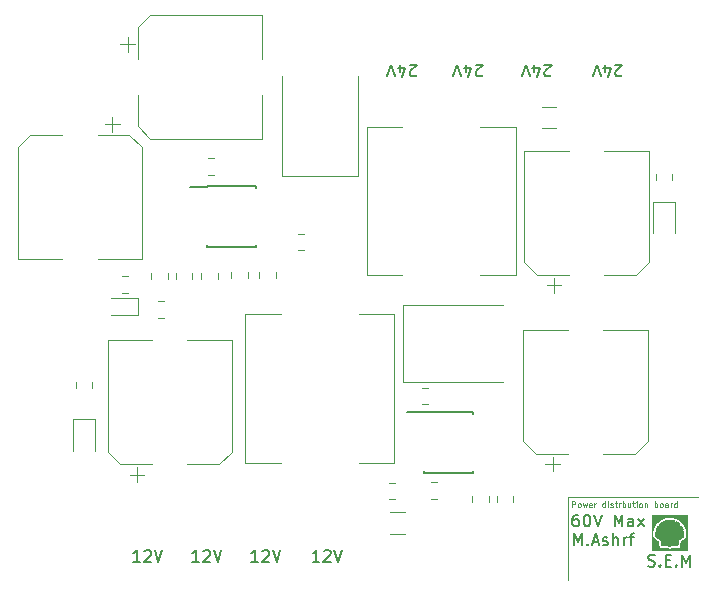
<source format=gbr>
%TF.GenerationSoftware,KiCad,Pcbnew,(5.1.6)-1*%
%TF.CreationDate,2021-04-02T17:33:40+02:00*%
%TF.ProjectId,48-24,34382d32-342e-46b6-9963-61645f706362,rev?*%
%TF.SameCoordinates,Original*%
%TF.FileFunction,Legend,Top*%
%TF.FilePolarity,Positive*%
%FSLAX46Y46*%
G04 Gerber Fmt 4.6, Leading zero omitted, Abs format (unit mm)*
G04 Created by KiCad (PCBNEW (5.1.6)-1) date 2021-04-02 17:33:40*
%MOMM*%
%LPD*%
G01*
G04 APERTURE LIST*
%ADD10C,0.150000*%
%ADD11C,0.090000*%
%ADD12C,0.120000*%
%ADD13C,0.010000*%
G04 APERTURE END LIST*
D10*
X97414285Y-182404761D02*
X97557142Y-182452380D01*
X97795238Y-182452380D01*
X97890476Y-182404761D01*
X97938095Y-182357142D01*
X97985714Y-182261904D01*
X97985714Y-182166666D01*
X97938095Y-182071428D01*
X97890476Y-182023809D01*
X97795238Y-181976190D01*
X97604761Y-181928571D01*
X97509523Y-181880952D01*
X97461904Y-181833333D01*
X97414285Y-181738095D01*
X97414285Y-181642857D01*
X97461904Y-181547619D01*
X97509523Y-181500000D01*
X97604761Y-181452380D01*
X97842857Y-181452380D01*
X97985714Y-181500000D01*
X98414285Y-182357142D02*
X98461904Y-182404761D01*
X98414285Y-182452380D01*
X98366666Y-182404761D01*
X98414285Y-182357142D01*
X98414285Y-182452380D01*
X98890476Y-181928571D02*
X99223809Y-181928571D01*
X99366666Y-182452380D02*
X98890476Y-182452380D01*
X98890476Y-181452380D01*
X99366666Y-181452380D01*
X99795238Y-182357142D02*
X99842857Y-182404761D01*
X99795238Y-182452380D01*
X99747619Y-182404761D01*
X99795238Y-182357142D01*
X99795238Y-182452380D01*
X100271428Y-182452380D02*
X100271428Y-181452380D01*
X100604761Y-182166666D01*
X100938095Y-181452380D01*
X100938095Y-182452380D01*
X91147619Y-180652380D02*
X91147619Y-179652380D01*
X91480952Y-180366666D01*
X91814285Y-179652380D01*
X91814285Y-180652380D01*
X92290476Y-180557142D02*
X92338095Y-180604761D01*
X92290476Y-180652380D01*
X92242857Y-180604761D01*
X92290476Y-180557142D01*
X92290476Y-180652380D01*
X92719047Y-180366666D02*
X93195238Y-180366666D01*
X92623809Y-180652380D02*
X92957142Y-179652380D01*
X93290476Y-180652380D01*
X93576190Y-180604761D02*
X93671428Y-180652380D01*
X93861904Y-180652380D01*
X93957142Y-180604761D01*
X94004761Y-180509523D01*
X94004761Y-180461904D01*
X93957142Y-180366666D01*
X93861904Y-180319047D01*
X93719047Y-180319047D01*
X93623809Y-180271428D01*
X93576190Y-180176190D01*
X93576190Y-180128571D01*
X93623809Y-180033333D01*
X93719047Y-179985714D01*
X93861904Y-179985714D01*
X93957142Y-180033333D01*
X94433333Y-180652380D02*
X94433333Y-179652380D01*
X94861904Y-180652380D02*
X94861904Y-180128571D01*
X94814285Y-180033333D01*
X94719047Y-179985714D01*
X94576190Y-179985714D01*
X94480952Y-180033333D01*
X94433333Y-180080952D01*
X95338095Y-180652380D02*
X95338095Y-179985714D01*
X95338095Y-180176190D02*
X95385714Y-180080952D01*
X95433333Y-180033333D01*
X95528571Y-179985714D01*
X95623809Y-179985714D01*
X95814285Y-179985714D02*
X96195238Y-179985714D01*
X95957142Y-180652380D02*
X95957142Y-179795238D01*
X96004761Y-179700000D01*
X96100000Y-179652380D01*
X96195238Y-179652380D01*
X91476190Y-178052380D02*
X91285714Y-178052380D01*
X91190476Y-178100000D01*
X91142857Y-178147619D01*
X91047619Y-178290476D01*
X91000000Y-178480952D01*
X91000000Y-178861904D01*
X91047619Y-178957142D01*
X91095238Y-179004761D01*
X91190476Y-179052380D01*
X91380952Y-179052380D01*
X91476190Y-179004761D01*
X91523809Y-178957142D01*
X91571428Y-178861904D01*
X91571428Y-178623809D01*
X91523809Y-178528571D01*
X91476190Y-178480952D01*
X91380952Y-178433333D01*
X91190476Y-178433333D01*
X91095238Y-178480952D01*
X91047619Y-178528571D01*
X91000000Y-178623809D01*
X92190476Y-178052380D02*
X92285714Y-178052380D01*
X92380952Y-178100000D01*
X92428571Y-178147619D01*
X92476190Y-178242857D01*
X92523809Y-178433333D01*
X92523809Y-178671428D01*
X92476190Y-178861904D01*
X92428571Y-178957142D01*
X92380952Y-179004761D01*
X92285714Y-179052380D01*
X92190476Y-179052380D01*
X92095238Y-179004761D01*
X92047619Y-178957142D01*
X92000000Y-178861904D01*
X91952380Y-178671428D01*
X91952380Y-178433333D01*
X92000000Y-178242857D01*
X92047619Y-178147619D01*
X92095238Y-178100000D01*
X92190476Y-178052380D01*
X92809523Y-178052380D02*
X93142857Y-179052380D01*
X93476190Y-178052380D01*
X94571428Y-179052380D02*
X94571428Y-178052380D01*
X94904761Y-178766666D01*
X95238095Y-178052380D01*
X95238095Y-179052380D01*
X96142857Y-179052380D02*
X96142857Y-178528571D01*
X96095238Y-178433333D01*
X96000000Y-178385714D01*
X95809523Y-178385714D01*
X95714285Y-178433333D01*
X96142857Y-179004761D02*
X96047619Y-179052380D01*
X95809523Y-179052380D01*
X95714285Y-179004761D01*
X95666666Y-178909523D01*
X95666666Y-178814285D01*
X95714285Y-178719047D01*
X95809523Y-178671428D01*
X96047619Y-178671428D01*
X96142857Y-178623809D01*
X96523809Y-179052380D02*
X97047619Y-178385714D01*
X96523809Y-178385714D02*
X97047619Y-179052380D01*
D11*
X90959523Y-177426190D02*
X90959523Y-176926190D01*
X91150000Y-176926190D01*
X91197619Y-176950000D01*
X91221428Y-176973809D01*
X91245238Y-177021428D01*
X91245238Y-177092857D01*
X91221428Y-177140476D01*
X91197619Y-177164285D01*
X91150000Y-177188095D01*
X90959523Y-177188095D01*
X91530952Y-177426190D02*
X91483333Y-177402380D01*
X91459523Y-177378571D01*
X91435714Y-177330952D01*
X91435714Y-177188095D01*
X91459523Y-177140476D01*
X91483333Y-177116666D01*
X91530952Y-177092857D01*
X91602380Y-177092857D01*
X91650000Y-177116666D01*
X91673809Y-177140476D01*
X91697619Y-177188095D01*
X91697619Y-177330952D01*
X91673809Y-177378571D01*
X91650000Y-177402380D01*
X91602380Y-177426190D01*
X91530952Y-177426190D01*
X91864285Y-177092857D02*
X91959523Y-177426190D01*
X92054761Y-177188095D01*
X92150000Y-177426190D01*
X92245238Y-177092857D01*
X92626190Y-177402380D02*
X92578571Y-177426190D01*
X92483333Y-177426190D01*
X92435714Y-177402380D01*
X92411904Y-177354761D01*
X92411904Y-177164285D01*
X92435714Y-177116666D01*
X92483333Y-177092857D01*
X92578571Y-177092857D01*
X92626190Y-177116666D01*
X92650000Y-177164285D01*
X92650000Y-177211904D01*
X92411904Y-177259523D01*
X92864285Y-177426190D02*
X92864285Y-177092857D01*
X92864285Y-177188095D02*
X92888095Y-177140476D01*
X92911904Y-177116666D01*
X92959523Y-177092857D01*
X93007142Y-177092857D01*
X93769047Y-177426190D02*
X93769047Y-176926190D01*
X93769047Y-177402380D02*
X93721428Y-177426190D01*
X93626190Y-177426190D01*
X93578571Y-177402380D01*
X93554761Y-177378571D01*
X93530952Y-177330952D01*
X93530952Y-177188095D01*
X93554761Y-177140476D01*
X93578571Y-177116666D01*
X93626190Y-177092857D01*
X93721428Y-177092857D01*
X93769047Y-177116666D01*
X94007142Y-177426190D02*
X94007142Y-177092857D01*
X94007142Y-176926190D02*
X93983333Y-176950000D01*
X94007142Y-176973809D01*
X94030952Y-176950000D01*
X94007142Y-176926190D01*
X94007142Y-176973809D01*
X94221428Y-177402380D02*
X94269047Y-177426190D01*
X94364285Y-177426190D01*
X94411904Y-177402380D01*
X94435714Y-177354761D01*
X94435714Y-177330952D01*
X94411904Y-177283333D01*
X94364285Y-177259523D01*
X94292857Y-177259523D01*
X94245238Y-177235714D01*
X94221428Y-177188095D01*
X94221428Y-177164285D01*
X94245238Y-177116666D01*
X94292857Y-177092857D01*
X94364285Y-177092857D01*
X94411904Y-177116666D01*
X94578571Y-177092857D02*
X94769047Y-177092857D01*
X94650000Y-176926190D02*
X94650000Y-177354761D01*
X94673809Y-177402380D01*
X94721428Y-177426190D01*
X94769047Y-177426190D01*
X94935714Y-177426190D02*
X94935714Y-177092857D01*
X94935714Y-177188095D02*
X94959523Y-177140476D01*
X94983333Y-177116666D01*
X95030952Y-177092857D01*
X95078571Y-177092857D01*
X95245238Y-177426190D02*
X95245238Y-176926190D01*
X95245238Y-177116666D02*
X95292857Y-177092857D01*
X95388095Y-177092857D01*
X95435714Y-177116666D01*
X95459523Y-177140476D01*
X95483333Y-177188095D01*
X95483333Y-177330952D01*
X95459523Y-177378571D01*
X95435714Y-177402380D01*
X95388095Y-177426190D01*
X95292857Y-177426190D01*
X95245238Y-177402380D01*
X95911904Y-177092857D02*
X95911904Y-177426190D01*
X95697619Y-177092857D02*
X95697619Y-177354761D01*
X95721428Y-177402380D01*
X95769047Y-177426190D01*
X95840476Y-177426190D01*
X95888095Y-177402380D01*
X95911904Y-177378571D01*
X96078571Y-177092857D02*
X96269047Y-177092857D01*
X96150000Y-176926190D02*
X96150000Y-177354761D01*
X96173809Y-177402380D01*
X96221428Y-177426190D01*
X96269047Y-177426190D01*
X96435714Y-177426190D02*
X96435714Y-177092857D01*
X96435714Y-176926190D02*
X96411904Y-176950000D01*
X96435714Y-176973809D01*
X96459523Y-176950000D01*
X96435714Y-176926190D01*
X96435714Y-176973809D01*
X96745238Y-177426190D02*
X96697619Y-177402380D01*
X96673809Y-177378571D01*
X96650000Y-177330952D01*
X96650000Y-177188095D01*
X96673809Y-177140476D01*
X96697619Y-177116666D01*
X96745238Y-177092857D01*
X96816666Y-177092857D01*
X96864285Y-177116666D01*
X96888095Y-177140476D01*
X96911904Y-177188095D01*
X96911904Y-177330952D01*
X96888095Y-177378571D01*
X96864285Y-177402380D01*
X96816666Y-177426190D01*
X96745238Y-177426190D01*
X97126190Y-177092857D02*
X97126190Y-177426190D01*
X97126190Y-177140476D02*
X97150000Y-177116666D01*
X97197619Y-177092857D01*
X97269047Y-177092857D01*
X97316666Y-177116666D01*
X97340476Y-177164285D01*
X97340476Y-177426190D01*
X97959523Y-177426190D02*
X97959523Y-176926190D01*
X97959523Y-177116666D02*
X98007142Y-177092857D01*
X98102380Y-177092857D01*
X98150000Y-177116666D01*
X98173809Y-177140476D01*
X98197619Y-177188095D01*
X98197619Y-177330952D01*
X98173809Y-177378571D01*
X98150000Y-177402380D01*
X98102380Y-177426190D01*
X98007142Y-177426190D01*
X97959523Y-177402380D01*
X98483333Y-177426190D02*
X98435714Y-177402380D01*
X98411904Y-177378571D01*
X98388095Y-177330952D01*
X98388095Y-177188095D01*
X98411904Y-177140476D01*
X98435714Y-177116666D01*
X98483333Y-177092857D01*
X98554761Y-177092857D01*
X98602380Y-177116666D01*
X98626190Y-177140476D01*
X98650000Y-177188095D01*
X98650000Y-177330952D01*
X98626190Y-177378571D01*
X98602380Y-177402380D01*
X98554761Y-177426190D01*
X98483333Y-177426190D01*
X99078571Y-177426190D02*
X99078571Y-177164285D01*
X99054761Y-177116666D01*
X99007142Y-177092857D01*
X98911904Y-177092857D01*
X98864285Y-177116666D01*
X99078571Y-177402380D02*
X99030952Y-177426190D01*
X98911904Y-177426190D01*
X98864285Y-177402380D01*
X98840476Y-177354761D01*
X98840476Y-177307142D01*
X98864285Y-177259523D01*
X98911904Y-177235714D01*
X99030952Y-177235714D01*
X99078571Y-177211904D01*
X99316666Y-177426190D02*
X99316666Y-177092857D01*
X99316666Y-177188095D02*
X99340476Y-177140476D01*
X99364285Y-177116666D01*
X99411904Y-177092857D01*
X99459523Y-177092857D01*
X99840476Y-177426190D02*
X99840476Y-176926190D01*
X99840476Y-177402380D02*
X99792857Y-177426190D01*
X99697619Y-177426190D01*
X99650000Y-177402380D01*
X99626190Y-177378571D01*
X99602380Y-177330952D01*
X99602380Y-177188095D01*
X99626190Y-177140476D01*
X99650000Y-177116666D01*
X99697619Y-177092857D01*
X99792857Y-177092857D01*
X99840476Y-177116666D01*
D12*
X90600000Y-176600000D02*
X90600000Y-183600000D01*
X101600000Y-176600000D02*
X90600000Y-176600000D01*
D10*
X77790476Y-140852380D02*
X77742857Y-140900000D01*
X77647619Y-140947619D01*
X77409523Y-140947619D01*
X77314285Y-140900000D01*
X77266666Y-140852380D01*
X77219047Y-140757142D01*
X77219047Y-140661904D01*
X77266666Y-140519047D01*
X77838095Y-139947619D01*
X77219047Y-139947619D01*
X76361904Y-140614285D02*
X76361904Y-139947619D01*
X76600000Y-140995238D02*
X76838095Y-140280952D01*
X76219047Y-140280952D01*
X75980952Y-140947619D02*
X75647619Y-139947619D01*
X75314285Y-140947619D01*
X83390476Y-140852380D02*
X83342857Y-140900000D01*
X83247619Y-140947619D01*
X83009523Y-140947619D01*
X82914285Y-140900000D01*
X82866666Y-140852380D01*
X82819047Y-140757142D01*
X82819047Y-140661904D01*
X82866666Y-140519047D01*
X83438095Y-139947619D01*
X82819047Y-139947619D01*
X81961904Y-140614285D02*
X81961904Y-139947619D01*
X82200000Y-140995238D02*
X82438095Y-140280952D01*
X81819047Y-140280952D01*
X81580952Y-140947619D02*
X81247619Y-139947619D01*
X80914285Y-140947619D01*
X89190476Y-140852380D02*
X89142857Y-140900000D01*
X89047619Y-140947619D01*
X88809523Y-140947619D01*
X88714285Y-140900000D01*
X88666666Y-140852380D01*
X88619047Y-140757142D01*
X88619047Y-140661904D01*
X88666666Y-140519047D01*
X89238095Y-139947619D01*
X88619047Y-139947619D01*
X87761904Y-140614285D02*
X87761904Y-139947619D01*
X88000000Y-140995238D02*
X88238095Y-140280952D01*
X87619047Y-140280952D01*
X87380952Y-140947619D02*
X87047619Y-139947619D01*
X86714285Y-140947619D01*
X95190476Y-140852380D02*
X95142857Y-140900000D01*
X95047619Y-140947619D01*
X94809523Y-140947619D01*
X94714285Y-140900000D01*
X94666666Y-140852380D01*
X94619047Y-140757142D01*
X94619047Y-140661904D01*
X94666666Y-140519047D01*
X95238095Y-139947619D01*
X94619047Y-139947619D01*
X93761904Y-140614285D02*
X93761904Y-139947619D01*
X94000000Y-140995238D02*
X94238095Y-140280952D01*
X93619047Y-140280952D01*
X93380952Y-140947619D02*
X93047619Y-139947619D01*
X92714285Y-140947619D01*
X54380952Y-182052380D02*
X53809523Y-182052380D01*
X54095238Y-182052380D02*
X54095238Y-181052380D01*
X54000000Y-181195238D01*
X53904761Y-181290476D01*
X53809523Y-181338095D01*
X54761904Y-181147619D02*
X54809523Y-181100000D01*
X54904761Y-181052380D01*
X55142857Y-181052380D01*
X55238095Y-181100000D01*
X55285714Y-181147619D01*
X55333333Y-181242857D01*
X55333333Y-181338095D01*
X55285714Y-181480952D01*
X54714285Y-182052380D01*
X55333333Y-182052380D01*
X55619047Y-181052380D02*
X55952380Y-182052380D01*
X56285714Y-181052380D01*
X59380952Y-182052380D02*
X58809523Y-182052380D01*
X59095238Y-182052380D02*
X59095238Y-181052380D01*
X59000000Y-181195238D01*
X58904761Y-181290476D01*
X58809523Y-181338095D01*
X59761904Y-181147619D02*
X59809523Y-181100000D01*
X59904761Y-181052380D01*
X60142857Y-181052380D01*
X60238095Y-181100000D01*
X60285714Y-181147619D01*
X60333333Y-181242857D01*
X60333333Y-181338095D01*
X60285714Y-181480952D01*
X59714285Y-182052380D01*
X60333333Y-182052380D01*
X60619047Y-181052380D02*
X60952380Y-182052380D01*
X61285714Y-181052380D01*
X64380952Y-182052380D02*
X63809523Y-182052380D01*
X64095238Y-182052380D02*
X64095238Y-181052380D01*
X64000000Y-181195238D01*
X63904761Y-181290476D01*
X63809523Y-181338095D01*
X64761904Y-181147619D02*
X64809523Y-181100000D01*
X64904761Y-181052380D01*
X65142857Y-181052380D01*
X65238095Y-181100000D01*
X65285714Y-181147619D01*
X65333333Y-181242857D01*
X65333333Y-181338095D01*
X65285714Y-181480952D01*
X64714285Y-182052380D01*
X65333333Y-182052380D01*
X65619047Y-181052380D02*
X65952380Y-182052380D01*
X66285714Y-181052380D01*
X69580952Y-182052380D02*
X69009523Y-182052380D01*
X69295238Y-182052380D02*
X69295238Y-181052380D01*
X69200000Y-181195238D01*
X69104761Y-181290476D01*
X69009523Y-181338095D01*
X69961904Y-181147619D02*
X70009523Y-181100000D01*
X70104761Y-181052380D01*
X70342857Y-181052380D01*
X70438095Y-181100000D01*
X70485714Y-181147619D01*
X70533333Y-181242857D01*
X70533333Y-181338095D01*
X70485714Y-181480952D01*
X69914285Y-182052380D01*
X70533333Y-182052380D01*
X70819047Y-181052380D02*
X71152380Y-182052380D01*
X71485714Y-181052380D01*
D13*
%TO.C,G\u002A\u002A\u002A*%
G36*
X99905490Y-180288848D02*
G01*
X99916350Y-180298400D01*
X99923801Y-180315263D01*
X99924142Y-180316471D01*
X99924813Y-180325554D01*
X99924114Y-180341661D01*
X99922236Y-180363492D01*
X99919366Y-180389749D01*
X99915697Y-180419134D01*
X99911416Y-180450348D01*
X99906715Y-180482093D01*
X99901782Y-180513070D01*
X99896807Y-180541981D01*
X99891980Y-180567526D01*
X99887491Y-180588408D01*
X99883529Y-180603328D01*
X99881398Y-180609063D01*
X99866772Y-180630958D01*
X99845973Y-180647232D01*
X99830767Y-180654290D01*
X99823305Y-180655541D01*
X99808487Y-180656710D01*
X99787421Y-180657783D01*
X99761217Y-180658749D01*
X99730984Y-180659595D01*
X99697832Y-180660309D01*
X99662871Y-180660877D01*
X99627209Y-180661287D01*
X99591956Y-180661528D01*
X99558222Y-180661586D01*
X99527116Y-180661448D01*
X99499748Y-180661103D01*
X99477227Y-180660537D01*
X99460662Y-180659739D01*
X99451163Y-180658696D01*
X99450652Y-180658579D01*
X99434978Y-180652117D01*
X99424226Y-180642550D01*
X99420151Y-180631451D01*
X99420149Y-180631219D01*
X99420855Y-180624896D01*
X99423346Y-180618322D01*
X99428220Y-180610974D01*
X99436075Y-180602330D01*
X99447507Y-180591865D01*
X99463114Y-180579059D01*
X99483493Y-180563386D01*
X99509241Y-180544326D01*
X99540955Y-180521354D01*
X99566737Y-180502872D01*
X99599987Y-180479031D01*
X99634405Y-180454223D01*
X99668574Y-180429478D01*
X99701077Y-180405827D01*
X99730498Y-180384299D01*
X99755419Y-180365925D01*
X99769383Y-180355525D01*
X99798335Y-180334056D01*
X99821676Y-180317359D01*
X99840372Y-180304875D01*
X99855393Y-180296049D01*
X99867707Y-180290324D01*
X99878281Y-180287142D01*
X99888085Y-180285946D01*
X99890436Y-180285893D01*
X99905490Y-180288848D01*
G37*
X99905490Y-180288848D02*
X99916350Y-180298400D01*
X99923801Y-180315263D01*
X99924142Y-180316471D01*
X99924813Y-180325554D01*
X99924114Y-180341661D01*
X99922236Y-180363492D01*
X99919366Y-180389749D01*
X99915697Y-180419134D01*
X99911416Y-180450348D01*
X99906715Y-180482093D01*
X99901782Y-180513070D01*
X99896807Y-180541981D01*
X99891980Y-180567526D01*
X99887491Y-180588408D01*
X99883529Y-180603328D01*
X99881398Y-180609063D01*
X99866772Y-180630958D01*
X99845973Y-180647232D01*
X99830767Y-180654290D01*
X99823305Y-180655541D01*
X99808487Y-180656710D01*
X99787421Y-180657783D01*
X99761217Y-180658749D01*
X99730984Y-180659595D01*
X99697832Y-180660309D01*
X99662871Y-180660877D01*
X99627209Y-180661287D01*
X99591956Y-180661528D01*
X99558222Y-180661586D01*
X99527116Y-180661448D01*
X99499748Y-180661103D01*
X99477227Y-180660537D01*
X99460662Y-180659739D01*
X99451163Y-180658696D01*
X99450652Y-180658579D01*
X99434978Y-180652117D01*
X99424226Y-180642550D01*
X99420151Y-180631451D01*
X99420149Y-180631219D01*
X99420855Y-180624896D01*
X99423346Y-180618322D01*
X99428220Y-180610974D01*
X99436075Y-180602330D01*
X99447507Y-180591865D01*
X99463114Y-180579059D01*
X99483493Y-180563386D01*
X99509241Y-180544326D01*
X99540955Y-180521354D01*
X99566737Y-180502872D01*
X99599987Y-180479031D01*
X99634405Y-180454223D01*
X99668574Y-180429478D01*
X99701077Y-180405827D01*
X99730498Y-180384299D01*
X99755419Y-180365925D01*
X99769383Y-180355525D01*
X99798335Y-180334056D01*
X99821676Y-180317359D01*
X99840372Y-180304875D01*
X99855393Y-180296049D01*
X99867707Y-180290324D01*
X99878281Y-180287142D01*
X99888085Y-180285946D01*
X99890436Y-180285893D01*
X99905490Y-180288848D01*
G36*
X98531911Y-180289946D02*
G01*
X98541717Y-180293791D01*
X98550201Y-180298673D01*
X98564108Y-180307795D01*
X98582133Y-180320253D01*
X98602975Y-180335141D01*
X98625331Y-180351556D01*
X98630617Y-180355503D01*
X98651546Y-180371054D01*
X98677961Y-180390485D01*
X98708447Y-180412765D01*
X98741591Y-180436866D01*
X98775979Y-180461759D01*
X98810197Y-180486416D01*
X98833387Y-180503052D01*
X98866790Y-180527156D01*
X98896703Y-180549123D01*
X98922512Y-180568479D01*
X98943603Y-180584756D01*
X98959362Y-180597480D01*
X98969176Y-180606183D01*
X98972115Y-180609522D01*
X98978365Y-180625388D01*
X98976393Y-180639341D01*
X98966217Y-180651255D01*
X98965805Y-180651565D01*
X98962559Y-180653795D01*
X98958846Y-180655621D01*
X98953832Y-180657087D01*
X98946685Y-180658237D01*
X98936571Y-180659115D01*
X98922659Y-180659765D01*
X98904115Y-180660231D01*
X98880107Y-180660556D01*
X98849802Y-180660786D01*
X98812367Y-180660963D01*
X98785888Y-180661064D01*
X98747963Y-180661122D01*
X98711839Y-180661024D01*
X98678589Y-180660785D01*
X98649289Y-180660419D01*
X98625012Y-180659939D01*
X98606832Y-180659360D01*
X98595824Y-180658696D01*
X98594551Y-180658550D01*
X98565957Y-180652082D01*
X98543841Y-180640776D01*
X98527264Y-180623879D01*
X98515287Y-180600638D01*
X98512575Y-180592717D01*
X98510270Y-180583056D01*
X98507049Y-180566300D01*
X98503130Y-180543745D01*
X98498728Y-180516684D01*
X98494060Y-180486414D01*
X98489342Y-180454231D01*
X98488654Y-180449394D01*
X98483395Y-180411817D01*
X98479397Y-180381631D01*
X98476653Y-180357856D01*
X98475153Y-180339513D01*
X98474892Y-180325621D01*
X98475860Y-180315202D01*
X98478049Y-180307274D01*
X98481453Y-180300859D01*
X98486062Y-180294976D01*
X98487393Y-180293483D01*
X98498175Y-180287435D01*
X98513729Y-180286260D01*
X98531911Y-180289946D01*
G37*
X98531911Y-180289946D02*
X98541717Y-180293791D01*
X98550201Y-180298673D01*
X98564108Y-180307795D01*
X98582133Y-180320253D01*
X98602975Y-180335141D01*
X98625331Y-180351556D01*
X98630617Y-180355503D01*
X98651546Y-180371054D01*
X98677961Y-180390485D01*
X98708447Y-180412765D01*
X98741591Y-180436866D01*
X98775979Y-180461759D01*
X98810197Y-180486416D01*
X98833387Y-180503052D01*
X98866790Y-180527156D01*
X98896703Y-180549123D01*
X98922512Y-180568479D01*
X98943603Y-180584756D01*
X98959362Y-180597480D01*
X98969176Y-180606183D01*
X98972115Y-180609522D01*
X98978365Y-180625388D01*
X98976393Y-180639341D01*
X98966217Y-180651255D01*
X98965805Y-180651565D01*
X98962559Y-180653795D01*
X98958846Y-180655621D01*
X98953832Y-180657087D01*
X98946685Y-180658237D01*
X98936571Y-180659115D01*
X98922659Y-180659765D01*
X98904115Y-180660231D01*
X98880107Y-180660556D01*
X98849802Y-180660786D01*
X98812367Y-180660963D01*
X98785888Y-180661064D01*
X98747963Y-180661122D01*
X98711839Y-180661024D01*
X98678589Y-180660785D01*
X98649289Y-180660419D01*
X98625012Y-180659939D01*
X98606832Y-180659360D01*
X98595824Y-180658696D01*
X98594551Y-180658550D01*
X98565957Y-180652082D01*
X98543841Y-180640776D01*
X98527264Y-180623879D01*
X98515287Y-180600638D01*
X98512575Y-180592717D01*
X98510270Y-180583056D01*
X98507049Y-180566300D01*
X98503130Y-180543745D01*
X98498728Y-180516684D01*
X98494060Y-180486414D01*
X98489342Y-180454231D01*
X98488654Y-180449394D01*
X98483395Y-180411817D01*
X98479397Y-180381631D01*
X98476653Y-180357856D01*
X98475153Y-180339513D01*
X98474892Y-180325621D01*
X98475860Y-180315202D01*
X98478049Y-180307274D01*
X98481453Y-180300859D01*
X98486062Y-180294976D01*
X98487393Y-180293483D01*
X98498175Y-180287435D01*
X98513729Y-180286260D01*
X98531911Y-180289946D01*
G36*
X99101323Y-178489858D02*
G01*
X99125033Y-178499073D01*
X99143342Y-178513890D01*
X99155462Y-178533814D01*
X99157496Y-178539749D01*
X99158193Y-178545037D01*
X99158933Y-178556430D01*
X99159720Y-178574090D01*
X99160557Y-178598181D01*
X99161448Y-178628865D01*
X99162397Y-178666306D01*
X99163405Y-178710667D01*
X99164478Y-178762111D01*
X99165618Y-178820801D01*
X99166828Y-178886900D01*
X99168112Y-178960571D01*
X99169473Y-179041978D01*
X99170914Y-179131282D01*
X99172440Y-179228648D01*
X99174052Y-179334239D01*
X99174862Y-179388179D01*
X99176361Y-179488035D01*
X99177752Y-179579762D01*
X99179043Y-179663697D01*
X99180241Y-179740178D01*
X99181354Y-179809541D01*
X99182390Y-179872123D01*
X99183356Y-179928261D01*
X99184260Y-179978292D01*
X99185109Y-180022554D01*
X99185911Y-180061384D01*
X99186673Y-180095117D01*
X99187403Y-180124092D01*
X99188109Y-180148645D01*
X99188798Y-180169114D01*
X99189477Y-180185836D01*
X99190154Y-180199146D01*
X99190837Y-180209384D01*
X99191533Y-180216884D01*
X99192250Y-180221986D01*
X99192996Y-180225025D01*
X99193646Y-180226227D01*
X99199437Y-180230417D01*
X99204688Y-180227835D01*
X99206355Y-180226226D01*
X99207128Y-180224658D01*
X99207866Y-180221317D01*
X99208577Y-180215866D01*
X99209266Y-180207969D01*
X99209943Y-180197289D01*
X99210615Y-180183489D01*
X99211288Y-180166234D01*
X99211970Y-180145185D01*
X99212669Y-180120008D01*
X99213392Y-180090366D01*
X99214146Y-180055921D01*
X99214940Y-180016337D01*
X99215780Y-179971279D01*
X99216673Y-179920409D01*
X99217628Y-179863390D01*
X99218651Y-179799887D01*
X99219750Y-179729562D01*
X99220932Y-179652080D01*
X99222205Y-179567103D01*
X99223577Y-179474295D01*
X99224881Y-179385157D01*
X99237053Y-178550443D01*
X99247101Y-178530186D01*
X99257533Y-178513368D01*
X99270505Y-178501069D01*
X99287090Y-178492948D01*
X99308359Y-178488668D01*
X99335385Y-178487891D01*
X99369240Y-178490277D01*
X99372434Y-178490612D01*
X99448132Y-178502885D01*
X99523789Y-178523478D01*
X99544052Y-178530417D01*
X99574998Y-178542255D01*
X99598510Y-178553291D01*
X99615469Y-178564294D01*
X99626762Y-178576034D01*
X99633270Y-178589283D01*
X99635878Y-178604811D01*
X99636033Y-178610604D01*
X99635111Y-178616565D01*
X99632403Y-178630372D01*
X99628001Y-178651616D01*
X99621995Y-178679885D01*
X99614476Y-178714770D01*
X99605535Y-178755860D01*
X99595261Y-178802746D01*
X99583746Y-178855016D01*
X99571080Y-178912262D01*
X99557354Y-178974073D01*
X99542658Y-179040038D01*
X99527083Y-179109748D01*
X99510719Y-179182793D01*
X99493657Y-179258761D01*
X99475988Y-179337243D01*
X99457803Y-179417830D01*
X99455886Y-179426310D01*
X99437695Y-179506886D01*
X99420031Y-179585281D01*
X99402984Y-179661096D01*
X99386641Y-179733928D01*
X99371093Y-179803376D01*
X99356428Y-179869037D01*
X99342736Y-179930512D01*
X99330105Y-179987397D01*
X99318624Y-180039291D01*
X99308382Y-180085794D01*
X99299468Y-180126502D01*
X99291972Y-180161015D01*
X99285982Y-180188931D01*
X99281588Y-180209848D01*
X99278877Y-180223364D01*
X99277940Y-180229079D01*
X99277953Y-180229230D01*
X99283513Y-180234034D01*
X99288467Y-180235000D01*
X99294151Y-180232918D01*
X99298820Y-180225581D01*
X99303149Y-180212775D01*
X99304895Y-180206422D01*
X99308716Y-180192310D01*
X99314500Y-180170858D01*
X99322136Y-180142485D01*
X99331509Y-180107610D01*
X99342508Y-180066654D01*
X99355020Y-180020035D01*
X99368933Y-179968173D01*
X99384135Y-179911488D01*
X99400512Y-179850398D01*
X99417952Y-179785324D01*
X99436343Y-179716684D01*
X99455572Y-179644898D01*
X99475527Y-179570386D01*
X99496095Y-179493567D01*
X99511170Y-179437252D01*
X99532077Y-179359185D01*
X99552444Y-179283211D01*
X99572159Y-179209746D01*
X99591111Y-179139200D01*
X99609188Y-179071988D01*
X99626278Y-179008522D01*
X99642270Y-178949215D01*
X99657053Y-178894481D01*
X99670514Y-178844731D01*
X99682542Y-178800379D01*
X99693025Y-178761837D01*
X99701853Y-178729519D01*
X99708913Y-178703838D01*
X99714093Y-178685206D01*
X99717283Y-178674037D01*
X99718295Y-178670821D01*
X99725204Y-178659507D01*
X99735395Y-178648044D01*
X99737909Y-178645801D01*
X99749413Y-178638464D01*
X99762109Y-178635765D01*
X99777570Y-178637814D01*
X99797369Y-178644719D01*
X99811254Y-178650895D01*
X99833050Y-178662362D01*
X99858069Y-178677636D01*
X99885257Y-178695871D01*
X99913558Y-178716221D01*
X99941917Y-178737839D01*
X99969279Y-178759881D01*
X99994589Y-178781499D01*
X100016792Y-178801847D01*
X100034833Y-178820079D01*
X100047656Y-178835349D01*
X100053625Y-178845273D01*
X100058901Y-178868573D01*
X100056743Y-178895553D01*
X100051464Y-178914596D01*
X100048748Y-178920781D01*
X100042437Y-178934133D01*
X100032728Y-178954253D01*
X100019821Y-178980739D01*
X100003913Y-179013191D01*
X99985204Y-179051206D01*
X99963891Y-179094384D01*
X99940174Y-179142325D01*
X99914250Y-179194627D01*
X99886317Y-179250889D01*
X99856576Y-179310710D01*
X99825223Y-179373690D01*
X99792457Y-179439427D01*
X99758477Y-179507520D01*
X99723480Y-179577569D01*
X99712563Y-179599404D01*
X99674492Y-179675602D01*
X99638032Y-179748702D01*
X99603343Y-179818381D01*
X99570582Y-179884316D01*
X99539909Y-179946184D01*
X99511483Y-180003662D01*
X99485462Y-180056427D01*
X99462005Y-180104156D01*
X99441272Y-180146526D01*
X99423420Y-180183214D01*
X99408609Y-180213897D01*
X99396997Y-180238252D01*
X99388743Y-180255956D01*
X99384006Y-180266686D01*
X99382858Y-180270056D01*
X99386717Y-180278733D01*
X99394028Y-180279931D01*
X99397930Y-180278060D01*
X99400507Y-180274038D01*
X99406924Y-180262971D01*
X99416968Y-180245248D01*
X99430425Y-180221257D01*
X99447079Y-180191386D01*
X99466717Y-180156023D01*
X99489125Y-180115555D01*
X99514087Y-180070371D01*
X99541390Y-180020859D01*
X99570819Y-179967406D01*
X99602159Y-179910401D01*
X99635198Y-179850232D01*
X99669719Y-179787286D01*
X99705509Y-179721953D01*
X99742271Y-179654770D01*
X99779180Y-179587322D01*
X99815074Y-179521805D01*
X99849737Y-179458613D01*
X99882952Y-179398140D01*
X99914499Y-179340779D01*
X99944163Y-179286924D01*
X99971724Y-179236968D01*
X99996967Y-179191304D01*
X100019673Y-179150326D01*
X100039625Y-179114428D01*
X100056606Y-179084003D01*
X100070397Y-179059444D01*
X100080781Y-179041146D01*
X100087542Y-179029501D01*
X100090441Y-179024923D01*
X100108382Y-179010324D01*
X100127881Y-179003884D01*
X100149045Y-179005618D01*
X100171982Y-179015541D01*
X100196798Y-179033667D01*
X100204443Y-179040535D01*
X100222025Y-179058798D01*
X100238601Y-179080157D01*
X100255097Y-179106012D01*
X100272436Y-179137759D01*
X100283748Y-179160464D01*
X100302413Y-179203190D01*
X100315420Y-179242453D01*
X100322673Y-179277704D01*
X100324074Y-179308393D01*
X100319527Y-179333969D01*
X100315953Y-179342782D01*
X100312332Y-179347747D01*
X100303466Y-179358739D01*
X100289663Y-179375396D01*
X100271234Y-179397356D01*
X100248488Y-179424257D01*
X100221734Y-179455737D01*
X100191283Y-179491434D01*
X100157443Y-179530986D01*
X100120524Y-179574030D01*
X100080835Y-179620204D01*
X100038687Y-179669146D01*
X99994389Y-179720495D01*
X99948250Y-179773888D01*
X99900579Y-179828962D01*
X99887283Y-179844308D01*
X99825715Y-179915392D01*
X99769587Y-179980284D01*
X99718756Y-180039157D01*
X99673075Y-180092180D01*
X99632400Y-180139526D01*
X99596585Y-180181364D01*
X99565484Y-180217866D01*
X99538954Y-180249203D01*
X99516847Y-180275547D01*
X99499020Y-180297067D01*
X99485327Y-180313936D01*
X99475623Y-180326324D01*
X99469762Y-180334402D01*
X99467600Y-180338341D01*
X99467586Y-180338592D01*
X99471524Y-180345551D01*
X99475898Y-180347184D01*
X99479610Y-180344166D01*
X99488798Y-180335349D01*
X99503123Y-180321083D01*
X99522245Y-180301721D01*
X99545824Y-180277614D01*
X99573519Y-180249116D01*
X99604992Y-180216576D01*
X99639902Y-180180348D01*
X99677909Y-180140784D01*
X99718673Y-180098234D01*
X99761854Y-180053052D01*
X99807112Y-180005589D01*
X99854108Y-179956197D01*
X99882822Y-179925967D01*
X99930919Y-179875354D01*
X99977627Y-179826310D01*
X100022593Y-179779201D01*
X100065464Y-179734392D01*
X100105888Y-179692248D01*
X100143512Y-179653133D01*
X100177984Y-179617413D01*
X100208950Y-179585453D01*
X100236059Y-179557618D01*
X100258957Y-179534273D01*
X100277291Y-179515783D01*
X100290710Y-179502513D01*
X100298861Y-179494828D01*
X100300980Y-179493109D01*
X100322629Y-179483141D01*
X100342724Y-179481371D01*
X100360708Y-179487590D01*
X100376024Y-179501586D01*
X100388115Y-179523150D01*
X100389392Y-179526421D01*
X100394675Y-179545943D01*
X100398840Y-179572172D01*
X100401874Y-179603418D01*
X100403766Y-179637996D01*
X100404503Y-179674216D01*
X100404073Y-179710392D01*
X100402466Y-179744834D01*
X100399669Y-179775856D01*
X100395670Y-179801769D01*
X100391437Y-179818166D01*
X100377585Y-179848171D01*
X100357149Y-179877511D01*
X100331827Y-179903765D01*
X100330841Y-179904626D01*
X100323232Y-179910785D01*
X100309415Y-179921482D01*
X100289845Y-179936382D01*
X100264976Y-179955150D01*
X100235262Y-179977451D01*
X100201158Y-180002951D01*
X100163117Y-180031314D01*
X100121595Y-180062206D01*
X100077045Y-180095291D01*
X100029921Y-180130236D01*
X99980679Y-180166703D01*
X99929772Y-180204360D01*
X99877655Y-180242871D01*
X99824782Y-180281900D01*
X99771607Y-180321114D01*
X99718584Y-180360176D01*
X99666168Y-180398754D01*
X99614814Y-180436510D01*
X99564975Y-180473111D01*
X99517106Y-180508221D01*
X99471660Y-180541506D01*
X99429094Y-180572630D01*
X99389859Y-180601259D01*
X99354412Y-180627058D01*
X99323206Y-180649692D01*
X99296696Y-180668825D01*
X99275336Y-180684124D01*
X99259580Y-180695253D01*
X99249882Y-180701877D01*
X99247100Y-180703580D01*
X99220338Y-180713925D01*
X99195740Y-180716772D01*
X99171598Y-180712151D01*
X99155550Y-180705265D01*
X99149870Y-180701595D01*
X99137844Y-180693217D01*
X99119926Y-180680465D01*
X99096573Y-180663676D01*
X99068237Y-180643183D01*
X99035376Y-180619322D01*
X98998442Y-180592427D01*
X98957892Y-180562834D01*
X98914180Y-180530877D01*
X98867761Y-180496891D01*
X98819090Y-180461211D01*
X98768622Y-180424172D01*
X98716812Y-180386109D01*
X98664114Y-180347357D01*
X98610983Y-180308250D01*
X98557875Y-180269124D01*
X98505244Y-180230313D01*
X98453546Y-180192153D01*
X98403234Y-180154978D01*
X98354765Y-180119123D01*
X98308592Y-180084923D01*
X98265171Y-180052713D01*
X98224957Y-180022827D01*
X98188404Y-179995602D01*
X98155967Y-179971371D01*
X98128102Y-179950470D01*
X98105263Y-179933233D01*
X98087905Y-179919995D01*
X98076484Y-179911091D01*
X98073290Y-179908494D01*
X98052024Y-179888031D01*
X98032957Y-179864705D01*
X98017795Y-179840872D01*
X98008244Y-179818886D01*
X98008178Y-179818668D01*
X98003232Y-179796576D01*
X97999518Y-179768346D01*
X97997020Y-179735649D01*
X97995725Y-179700157D01*
X97995619Y-179663539D01*
X97996688Y-179627467D01*
X97998919Y-179593613D01*
X98002296Y-179563647D01*
X98006807Y-179539240D01*
X98010609Y-179526421D01*
X98022251Y-179503904D01*
X98037190Y-179488936D01*
X98054874Y-179481724D01*
X98074752Y-179482475D01*
X98096272Y-179491397D01*
X98099067Y-179493109D01*
X98104177Y-179497558D01*
X98114755Y-179507804D01*
X98130455Y-179523486D01*
X98150932Y-179544246D01*
X98175838Y-179569727D01*
X98204828Y-179599569D01*
X98237555Y-179633414D01*
X98273672Y-179670903D01*
X98312835Y-179711679D01*
X98354695Y-179755381D01*
X98398907Y-179801653D01*
X98445125Y-179850136D01*
X98493003Y-179900470D01*
X98517215Y-179925967D01*
X98565193Y-179976462D01*
X98611612Y-180025214D01*
X98656135Y-180071870D01*
X98698424Y-180116082D01*
X98738139Y-180157498D01*
X98774943Y-180195769D01*
X98808496Y-180230543D01*
X98838461Y-180261471D01*
X98864500Y-180288202D01*
X98886272Y-180310386D01*
X98903442Y-180327673D01*
X98915668Y-180339711D01*
X98922615Y-180346151D01*
X98924093Y-180347184D01*
X98930347Y-180343616D01*
X98932414Y-180338592D01*
X98930812Y-180335280D01*
X98925535Y-180327856D01*
X98916437Y-180316148D01*
X98903373Y-180299986D01*
X98886197Y-180279199D01*
X98864764Y-180253616D01*
X98838930Y-180223065D01*
X98808548Y-180187375D01*
X98773475Y-180146376D01*
X98733563Y-180099897D01*
X98688669Y-180047766D01*
X98638646Y-179989813D01*
X98583351Y-179925866D01*
X98522637Y-179855754D01*
X98512718Y-179844308D01*
X98464701Y-179788860D01*
X98418141Y-179735012D01*
X98373346Y-179683124D01*
X98330625Y-179633556D01*
X98290287Y-179586670D01*
X98252640Y-179542827D01*
X98217993Y-179502386D01*
X98186654Y-179465710D01*
X98158932Y-179433158D01*
X98135136Y-179405092D01*
X98115574Y-179381872D01*
X98100555Y-179363860D01*
X98090387Y-179351415D01*
X98085380Y-179344899D01*
X98084946Y-179344189D01*
X98077188Y-179320088D01*
X98075269Y-179292376D01*
X98079272Y-179260613D01*
X98089282Y-179224363D01*
X98105383Y-179183187D01*
X98122955Y-179145906D01*
X98143293Y-179108241D01*
X98163196Y-179077576D01*
X98183598Y-179052556D01*
X98195558Y-179040535D01*
X98220724Y-179020046D01*
X98243787Y-179007701D01*
X98264969Y-179003503D01*
X98284494Y-179007454D01*
X98302584Y-179019557D01*
X98319463Y-179039814D01*
X98320978Y-179042110D01*
X98324590Y-179048263D01*
X98332032Y-179061439D01*
X98343078Y-179081227D01*
X98357501Y-179107216D01*
X98375076Y-179138997D01*
X98395578Y-179176159D01*
X98418780Y-179218291D01*
X98444458Y-179264984D01*
X98472384Y-179315828D01*
X98502335Y-179370411D01*
X98534083Y-179428323D01*
X98567404Y-179489155D01*
X98602071Y-179552496D01*
X98637860Y-179617935D01*
X98664711Y-179667064D01*
X98701021Y-179733489D01*
X98736284Y-179797938D01*
X98770283Y-179860015D01*
X98802798Y-179919325D01*
X98833611Y-179975470D01*
X98862505Y-180028056D01*
X98889261Y-180076685D01*
X98913661Y-180120962D01*
X98935486Y-180160491D01*
X98954518Y-180194875D01*
X98970540Y-180223718D01*
X98983332Y-180246625D01*
X98992677Y-180263198D01*
X98998356Y-180273043D01*
X99000099Y-180275795D01*
X99008432Y-180280342D01*
X99014945Y-180276986D01*
X99017417Y-180270663D01*
X99015722Y-180266014D01*
X99010390Y-180254133D01*
X99001584Y-180235355D01*
X98989470Y-180210014D01*
X98974210Y-180178443D01*
X98955969Y-180140977D01*
X98934911Y-180097949D01*
X98911200Y-180049693D01*
X98885000Y-179996543D01*
X98856476Y-179938834D01*
X98825791Y-179876899D01*
X98793110Y-179811071D01*
X98758596Y-179741686D01*
X98722415Y-179669077D01*
X98684729Y-179593577D01*
X98681608Y-179587331D01*
X98638915Y-179501892D01*
X98599841Y-179423694D01*
X98564232Y-179352400D01*
X98531934Y-179287672D01*
X98502793Y-179229172D01*
X98476653Y-179176561D01*
X98453362Y-179129503D01*
X98432766Y-179087658D01*
X98414709Y-179050690D01*
X98399038Y-179018260D01*
X98385599Y-178990031D01*
X98374238Y-178965664D01*
X98364800Y-178944821D01*
X98357132Y-178927166D01*
X98351079Y-178912358D01*
X98346487Y-178900062D01*
X98343203Y-178889939D01*
X98341071Y-178881650D01*
X98339938Y-178874859D01*
X98339650Y-178869227D01*
X98340052Y-178864416D01*
X98340991Y-178860088D01*
X98342312Y-178855906D01*
X98343862Y-178851531D01*
X98344780Y-178848847D01*
X98351564Y-178835895D01*
X98364541Y-178819759D01*
X98383990Y-178800159D01*
X98410186Y-178776813D01*
X98442234Y-178750385D01*
X98485290Y-178717054D01*
X98524519Y-178689124D01*
X98559566Y-178666808D01*
X98590075Y-178650321D01*
X98615691Y-178639876D01*
X98631687Y-178636109D01*
X98649100Y-178637762D01*
X98664446Y-178647570D01*
X98677602Y-178665449D01*
X98679183Y-178668437D01*
X98681105Y-178674127D01*
X98685094Y-178687583D01*
X98691035Y-178708390D01*
X98698817Y-178736134D01*
X98708326Y-178770398D01*
X98719449Y-178810768D01*
X98732073Y-178856830D01*
X98746084Y-178908167D01*
X98761370Y-178964365D01*
X98777817Y-179025008D01*
X98795313Y-179089683D01*
X98813743Y-179157972D01*
X98832995Y-179229463D01*
X98852957Y-179303738D01*
X98873514Y-179380384D01*
X98888792Y-179437445D01*
X98909718Y-179515652D01*
X98930111Y-179591853D01*
X98949859Y-179665629D01*
X98968848Y-179736559D01*
X98986968Y-179804225D01*
X99004104Y-179868206D01*
X99020145Y-179928084D01*
X99034979Y-179983439D01*
X99048492Y-180033851D01*
X99060573Y-180078901D01*
X99071108Y-180118170D01*
X99079987Y-180151237D01*
X99087095Y-180177684D01*
X99092321Y-180197091D01*
X99095553Y-180209038D01*
X99096578Y-180212775D01*
X99101149Y-180226304D01*
X99105741Y-180233143D01*
X99111351Y-180235000D01*
X99119326Y-180232485D01*
X99122033Y-180229266D01*
X99121335Y-180224621D01*
X99118851Y-180212118D01*
X99114671Y-180192157D01*
X99108883Y-180165138D01*
X99101575Y-180131458D01*
X99092836Y-180091518D01*
X99082755Y-180045717D01*
X99071419Y-179994454D01*
X99058917Y-179938129D01*
X99045339Y-179877139D01*
X99030772Y-179811886D01*
X99015304Y-179742768D01*
X98999025Y-179670184D01*
X98982023Y-179594534D01*
X98964386Y-179516217D01*
X98946202Y-179435631D01*
X98942052Y-179417258D01*
X98920270Y-179320865D01*
X98900278Y-179232383D01*
X98882005Y-179151461D01*
X98865380Y-179077749D01*
X98850334Y-179010900D01*
X98836795Y-178950562D01*
X98824692Y-178896386D01*
X98813955Y-178848023D01*
X98804514Y-178805123D01*
X98796297Y-178767337D01*
X98789234Y-178734315D01*
X98783254Y-178705707D01*
X98778287Y-178681164D01*
X98774261Y-178660336D01*
X98771107Y-178642874D01*
X98768754Y-178628428D01*
X98767130Y-178616648D01*
X98766166Y-178607186D01*
X98765790Y-178599690D01*
X98765932Y-178593813D01*
X98766522Y-178589204D01*
X98767488Y-178585513D01*
X98768759Y-178582392D01*
X98770267Y-178579490D01*
X98771938Y-178576458D01*
X98772047Y-178576256D01*
X98781178Y-178566233D01*
X98797542Y-178555541D01*
X98819969Y-178544530D01*
X98847286Y-178533548D01*
X98878321Y-178522943D01*
X98911904Y-178513064D01*
X98946861Y-178504260D01*
X98982022Y-178496878D01*
X99016215Y-178491269D01*
X99048268Y-178487779D01*
X99073000Y-178486740D01*
X99101323Y-178489858D01*
G37*
X99101323Y-178489858D02*
X99125033Y-178499073D01*
X99143342Y-178513890D01*
X99155462Y-178533814D01*
X99157496Y-178539749D01*
X99158193Y-178545037D01*
X99158933Y-178556430D01*
X99159720Y-178574090D01*
X99160557Y-178598181D01*
X99161448Y-178628865D01*
X99162397Y-178666306D01*
X99163405Y-178710667D01*
X99164478Y-178762111D01*
X99165618Y-178820801D01*
X99166828Y-178886900D01*
X99168112Y-178960571D01*
X99169473Y-179041978D01*
X99170914Y-179131282D01*
X99172440Y-179228648D01*
X99174052Y-179334239D01*
X99174862Y-179388179D01*
X99176361Y-179488035D01*
X99177752Y-179579762D01*
X99179043Y-179663697D01*
X99180241Y-179740178D01*
X99181354Y-179809541D01*
X99182390Y-179872123D01*
X99183356Y-179928261D01*
X99184260Y-179978292D01*
X99185109Y-180022554D01*
X99185911Y-180061384D01*
X99186673Y-180095117D01*
X99187403Y-180124092D01*
X99188109Y-180148645D01*
X99188798Y-180169114D01*
X99189477Y-180185836D01*
X99190154Y-180199146D01*
X99190837Y-180209384D01*
X99191533Y-180216884D01*
X99192250Y-180221986D01*
X99192996Y-180225025D01*
X99193646Y-180226227D01*
X99199437Y-180230417D01*
X99204688Y-180227835D01*
X99206355Y-180226226D01*
X99207128Y-180224658D01*
X99207866Y-180221317D01*
X99208577Y-180215866D01*
X99209266Y-180207969D01*
X99209943Y-180197289D01*
X99210615Y-180183489D01*
X99211288Y-180166234D01*
X99211970Y-180145185D01*
X99212669Y-180120008D01*
X99213392Y-180090366D01*
X99214146Y-180055921D01*
X99214940Y-180016337D01*
X99215780Y-179971279D01*
X99216673Y-179920409D01*
X99217628Y-179863390D01*
X99218651Y-179799887D01*
X99219750Y-179729562D01*
X99220932Y-179652080D01*
X99222205Y-179567103D01*
X99223577Y-179474295D01*
X99224881Y-179385157D01*
X99237053Y-178550443D01*
X99247101Y-178530186D01*
X99257533Y-178513368D01*
X99270505Y-178501069D01*
X99287090Y-178492948D01*
X99308359Y-178488668D01*
X99335385Y-178487891D01*
X99369240Y-178490277D01*
X99372434Y-178490612D01*
X99448132Y-178502885D01*
X99523789Y-178523478D01*
X99544052Y-178530417D01*
X99574998Y-178542255D01*
X99598510Y-178553291D01*
X99615469Y-178564294D01*
X99626762Y-178576034D01*
X99633270Y-178589283D01*
X99635878Y-178604811D01*
X99636033Y-178610604D01*
X99635111Y-178616565D01*
X99632403Y-178630372D01*
X99628001Y-178651616D01*
X99621995Y-178679885D01*
X99614476Y-178714770D01*
X99605535Y-178755860D01*
X99595261Y-178802746D01*
X99583746Y-178855016D01*
X99571080Y-178912262D01*
X99557354Y-178974073D01*
X99542658Y-179040038D01*
X99527083Y-179109748D01*
X99510719Y-179182793D01*
X99493657Y-179258761D01*
X99475988Y-179337243D01*
X99457803Y-179417830D01*
X99455886Y-179426310D01*
X99437695Y-179506886D01*
X99420031Y-179585281D01*
X99402984Y-179661096D01*
X99386641Y-179733928D01*
X99371093Y-179803376D01*
X99356428Y-179869037D01*
X99342736Y-179930512D01*
X99330105Y-179987397D01*
X99318624Y-180039291D01*
X99308382Y-180085794D01*
X99299468Y-180126502D01*
X99291972Y-180161015D01*
X99285982Y-180188931D01*
X99281588Y-180209848D01*
X99278877Y-180223364D01*
X99277940Y-180229079D01*
X99277953Y-180229230D01*
X99283513Y-180234034D01*
X99288467Y-180235000D01*
X99294151Y-180232918D01*
X99298820Y-180225581D01*
X99303149Y-180212775D01*
X99304895Y-180206422D01*
X99308716Y-180192310D01*
X99314500Y-180170858D01*
X99322136Y-180142485D01*
X99331509Y-180107610D01*
X99342508Y-180066654D01*
X99355020Y-180020035D01*
X99368933Y-179968173D01*
X99384135Y-179911488D01*
X99400512Y-179850398D01*
X99417952Y-179785324D01*
X99436343Y-179716684D01*
X99455572Y-179644898D01*
X99475527Y-179570386D01*
X99496095Y-179493567D01*
X99511170Y-179437252D01*
X99532077Y-179359185D01*
X99552444Y-179283211D01*
X99572159Y-179209746D01*
X99591111Y-179139200D01*
X99609188Y-179071988D01*
X99626278Y-179008522D01*
X99642270Y-178949215D01*
X99657053Y-178894481D01*
X99670514Y-178844731D01*
X99682542Y-178800379D01*
X99693025Y-178761837D01*
X99701853Y-178729519D01*
X99708913Y-178703838D01*
X99714093Y-178685206D01*
X99717283Y-178674037D01*
X99718295Y-178670821D01*
X99725204Y-178659507D01*
X99735395Y-178648044D01*
X99737909Y-178645801D01*
X99749413Y-178638464D01*
X99762109Y-178635765D01*
X99777570Y-178637814D01*
X99797369Y-178644719D01*
X99811254Y-178650895D01*
X99833050Y-178662362D01*
X99858069Y-178677636D01*
X99885257Y-178695871D01*
X99913558Y-178716221D01*
X99941917Y-178737839D01*
X99969279Y-178759881D01*
X99994589Y-178781499D01*
X100016792Y-178801847D01*
X100034833Y-178820079D01*
X100047656Y-178835349D01*
X100053625Y-178845273D01*
X100058901Y-178868573D01*
X100056743Y-178895553D01*
X100051464Y-178914596D01*
X100048748Y-178920781D01*
X100042437Y-178934133D01*
X100032728Y-178954253D01*
X100019821Y-178980739D01*
X100003913Y-179013191D01*
X99985204Y-179051206D01*
X99963891Y-179094384D01*
X99940174Y-179142325D01*
X99914250Y-179194627D01*
X99886317Y-179250889D01*
X99856576Y-179310710D01*
X99825223Y-179373690D01*
X99792457Y-179439427D01*
X99758477Y-179507520D01*
X99723480Y-179577569D01*
X99712563Y-179599404D01*
X99674492Y-179675602D01*
X99638032Y-179748702D01*
X99603343Y-179818381D01*
X99570582Y-179884316D01*
X99539909Y-179946184D01*
X99511483Y-180003662D01*
X99485462Y-180056427D01*
X99462005Y-180104156D01*
X99441272Y-180146526D01*
X99423420Y-180183214D01*
X99408609Y-180213897D01*
X99396997Y-180238252D01*
X99388743Y-180255956D01*
X99384006Y-180266686D01*
X99382858Y-180270056D01*
X99386717Y-180278733D01*
X99394028Y-180279931D01*
X99397930Y-180278060D01*
X99400507Y-180274038D01*
X99406924Y-180262971D01*
X99416968Y-180245248D01*
X99430425Y-180221257D01*
X99447079Y-180191386D01*
X99466717Y-180156023D01*
X99489125Y-180115555D01*
X99514087Y-180070371D01*
X99541390Y-180020859D01*
X99570819Y-179967406D01*
X99602159Y-179910401D01*
X99635198Y-179850232D01*
X99669719Y-179787286D01*
X99705509Y-179721953D01*
X99742271Y-179654770D01*
X99779180Y-179587322D01*
X99815074Y-179521805D01*
X99849737Y-179458613D01*
X99882952Y-179398140D01*
X99914499Y-179340779D01*
X99944163Y-179286924D01*
X99971724Y-179236968D01*
X99996967Y-179191304D01*
X100019673Y-179150326D01*
X100039625Y-179114428D01*
X100056606Y-179084003D01*
X100070397Y-179059444D01*
X100080781Y-179041146D01*
X100087542Y-179029501D01*
X100090441Y-179024923D01*
X100108382Y-179010324D01*
X100127881Y-179003884D01*
X100149045Y-179005618D01*
X100171982Y-179015541D01*
X100196798Y-179033667D01*
X100204443Y-179040535D01*
X100222025Y-179058798D01*
X100238601Y-179080157D01*
X100255097Y-179106012D01*
X100272436Y-179137759D01*
X100283748Y-179160464D01*
X100302413Y-179203190D01*
X100315420Y-179242453D01*
X100322673Y-179277704D01*
X100324074Y-179308393D01*
X100319527Y-179333969D01*
X100315953Y-179342782D01*
X100312332Y-179347747D01*
X100303466Y-179358739D01*
X100289663Y-179375396D01*
X100271234Y-179397356D01*
X100248488Y-179424257D01*
X100221734Y-179455737D01*
X100191283Y-179491434D01*
X100157443Y-179530986D01*
X100120524Y-179574030D01*
X100080835Y-179620204D01*
X100038687Y-179669146D01*
X99994389Y-179720495D01*
X99948250Y-179773888D01*
X99900579Y-179828962D01*
X99887283Y-179844308D01*
X99825715Y-179915392D01*
X99769587Y-179980284D01*
X99718756Y-180039157D01*
X99673075Y-180092180D01*
X99632400Y-180139526D01*
X99596585Y-180181364D01*
X99565484Y-180217866D01*
X99538954Y-180249203D01*
X99516847Y-180275547D01*
X99499020Y-180297067D01*
X99485327Y-180313936D01*
X99475623Y-180326324D01*
X99469762Y-180334402D01*
X99467600Y-180338341D01*
X99467586Y-180338592D01*
X99471524Y-180345551D01*
X99475898Y-180347184D01*
X99479610Y-180344166D01*
X99488798Y-180335349D01*
X99503123Y-180321083D01*
X99522245Y-180301721D01*
X99545824Y-180277614D01*
X99573519Y-180249116D01*
X99604992Y-180216576D01*
X99639902Y-180180348D01*
X99677909Y-180140784D01*
X99718673Y-180098234D01*
X99761854Y-180053052D01*
X99807112Y-180005589D01*
X99854108Y-179956197D01*
X99882822Y-179925967D01*
X99930919Y-179875354D01*
X99977627Y-179826310D01*
X100022593Y-179779201D01*
X100065464Y-179734392D01*
X100105888Y-179692248D01*
X100143512Y-179653133D01*
X100177984Y-179617413D01*
X100208950Y-179585453D01*
X100236059Y-179557618D01*
X100258957Y-179534273D01*
X100277291Y-179515783D01*
X100290710Y-179502513D01*
X100298861Y-179494828D01*
X100300980Y-179493109D01*
X100322629Y-179483141D01*
X100342724Y-179481371D01*
X100360708Y-179487590D01*
X100376024Y-179501586D01*
X100388115Y-179523150D01*
X100389392Y-179526421D01*
X100394675Y-179545943D01*
X100398840Y-179572172D01*
X100401874Y-179603418D01*
X100403766Y-179637996D01*
X100404503Y-179674216D01*
X100404073Y-179710392D01*
X100402466Y-179744834D01*
X100399669Y-179775856D01*
X100395670Y-179801769D01*
X100391437Y-179818166D01*
X100377585Y-179848171D01*
X100357149Y-179877511D01*
X100331827Y-179903765D01*
X100330841Y-179904626D01*
X100323232Y-179910785D01*
X100309415Y-179921482D01*
X100289845Y-179936382D01*
X100264976Y-179955150D01*
X100235262Y-179977451D01*
X100201158Y-180002951D01*
X100163117Y-180031314D01*
X100121595Y-180062206D01*
X100077045Y-180095291D01*
X100029921Y-180130236D01*
X99980679Y-180166703D01*
X99929772Y-180204360D01*
X99877655Y-180242871D01*
X99824782Y-180281900D01*
X99771607Y-180321114D01*
X99718584Y-180360176D01*
X99666168Y-180398754D01*
X99614814Y-180436510D01*
X99564975Y-180473111D01*
X99517106Y-180508221D01*
X99471660Y-180541506D01*
X99429094Y-180572630D01*
X99389859Y-180601259D01*
X99354412Y-180627058D01*
X99323206Y-180649692D01*
X99296696Y-180668825D01*
X99275336Y-180684124D01*
X99259580Y-180695253D01*
X99249882Y-180701877D01*
X99247100Y-180703580D01*
X99220338Y-180713925D01*
X99195740Y-180716772D01*
X99171598Y-180712151D01*
X99155550Y-180705265D01*
X99149870Y-180701595D01*
X99137844Y-180693217D01*
X99119926Y-180680465D01*
X99096573Y-180663676D01*
X99068237Y-180643183D01*
X99035376Y-180619322D01*
X98998442Y-180592427D01*
X98957892Y-180562834D01*
X98914180Y-180530877D01*
X98867761Y-180496891D01*
X98819090Y-180461211D01*
X98768622Y-180424172D01*
X98716812Y-180386109D01*
X98664114Y-180347357D01*
X98610983Y-180308250D01*
X98557875Y-180269124D01*
X98505244Y-180230313D01*
X98453546Y-180192153D01*
X98403234Y-180154978D01*
X98354765Y-180119123D01*
X98308592Y-180084923D01*
X98265171Y-180052713D01*
X98224957Y-180022827D01*
X98188404Y-179995602D01*
X98155967Y-179971371D01*
X98128102Y-179950470D01*
X98105263Y-179933233D01*
X98087905Y-179919995D01*
X98076484Y-179911091D01*
X98073290Y-179908494D01*
X98052024Y-179888031D01*
X98032957Y-179864705D01*
X98017795Y-179840872D01*
X98008244Y-179818886D01*
X98008178Y-179818668D01*
X98003232Y-179796576D01*
X97999518Y-179768346D01*
X97997020Y-179735649D01*
X97995725Y-179700157D01*
X97995619Y-179663539D01*
X97996688Y-179627467D01*
X97998919Y-179593613D01*
X98002296Y-179563647D01*
X98006807Y-179539240D01*
X98010609Y-179526421D01*
X98022251Y-179503904D01*
X98037190Y-179488936D01*
X98054874Y-179481724D01*
X98074752Y-179482475D01*
X98096272Y-179491397D01*
X98099067Y-179493109D01*
X98104177Y-179497558D01*
X98114755Y-179507804D01*
X98130455Y-179523486D01*
X98150932Y-179544246D01*
X98175838Y-179569727D01*
X98204828Y-179599569D01*
X98237555Y-179633414D01*
X98273672Y-179670903D01*
X98312835Y-179711679D01*
X98354695Y-179755381D01*
X98398907Y-179801653D01*
X98445125Y-179850136D01*
X98493003Y-179900470D01*
X98517215Y-179925967D01*
X98565193Y-179976462D01*
X98611612Y-180025214D01*
X98656135Y-180071870D01*
X98698424Y-180116082D01*
X98738139Y-180157498D01*
X98774943Y-180195769D01*
X98808496Y-180230543D01*
X98838461Y-180261471D01*
X98864500Y-180288202D01*
X98886272Y-180310386D01*
X98903442Y-180327673D01*
X98915668Y-180339711D01*
X98922615Y-180346151D01*
X98924093Y-180347184D01*
X98930347Y-180343616D01*
X98932414Y-180338592D01*
X98930812Y-180335280D01*
X98925535Y-180327856D01*
X98916437Y-180316148D01*
X98903373Y-180299986D01*
X98886197Y-180279199D01*
X98864764Y-180253616D01*
X98838930Y-180223065D01*
X98808548Y-180187375D01*
X98773475Y-180146376D01*
X98733563Y-180099897D01*
X98688669Y-180047766D01*
X98638646Y-179989813D01*
X98583351Y-179925866D01*
X98522637Y-179855754D01*
X98512718Y-179844308D01*
X98464701Y-179788860D01*
X98418141Y-179735012D01*
X98373346Y-179683124D01*
X98330625Y-179633556D01*
X98290287Y-179586670D01*
X98252640Y-179542827D01*
X98217993Y-179502386D01*
X98186654Y-179465710D01*
X98158932Y-179433158D01*
X98135136Y-179405092D01*
X98115574Y-179381872D01*
X98100555Y-179363860D01*
X98090387Y-179351415D01*
X98085380Y-179344899D01*
X98084946Y-179344189D01*
X98077188Y-179320088D01*
X98075269Y-179292376D01*
X98079272Y-179260613D01*
X98089282Y-179224363D01*
X98105383Y-179183187D01*
X98122955Y-179145906D01*
X98143293Y-179108241D01*
X98163196Y-179077576D01*
X98183598Y-179052556D01*
X98195558Y-179040535D01*
X98220724Y-179020046D01*
X98243787Y-179007701D01*
X98264969Y-179003503D01*
X98284494Y-179007454D01*
X98302584Y-179019557D01*
X98319463Y-179039814D01*
X98320978Y-179042110D01*
X98324590Y-179048263D01*
X98332032Y-179061439D01*
X98343078Y-179081227D01*
X98357501Y-179107216D01*
X98375076Y-179138997D01*
X98395578Y-179176159D01*
X98418780Y-179218291D01*
X98444458Y-179264984D01*
X98472384Y-179315828D01*
X98502335Y-179370411D01*
X98534083Y-179428323D01*
X98567404Y-179489155D01*
X98602071Y-179552496D01*
X98637860Y-179617935D01*
X98664711Y-179667064D01*
X98701021Y-179733489D01*
X98736284Y-179797938D01*
X98770283Y-179860015D01*
X98802798Y-179919325D01*
X98833611Y-179975470D01*
X98862505Y-180028056D01*
X98889261Y-180076685D01*
X98913661Y-180120962D01*
X98935486Y-180160491D01*
X98954518Y-180194875D01*
X98970540Y-180223718D01*
X98983332Y-180246625D01*
X98992677Y-180263198D01*
X98998356Y-180273043D01*
X99000099Y-180275795D01*
X99008432Y-180280342D01*
X99014945Y-180276986D01*
X99017417Y-180270663D01*
X99015722Y-180266014D01*
X99010390Y-180254133D01*
X99001584Y-180235355D01*
X98989470Y-180210014D01*
X98974210Y-180178443D01*
X98955969Y-180140977D01*
X98934911Y-180097949D01*
X98911200Y-180049693D01*
X98885000Y-179996543D01*
X98856476Y-179938834D01*
X98825791Y-179876899D01*
X98793110Y-179811071D01*
X98758596Y-179741686D01*
X98722415Y-179669077D01*
X98684729Y-179593577D01*
X98681608Y-179587331D01*
X98638915Y-179501892D01*
X98599841Y-179423694D01*
X98564232Y-179352400D01*
X98531934Y-179287672D01*
X98502793Y-179229172D01*
X98476653Y-179176561D01*
X98453362Y-179129503D01*
X98432766Y-179087658D01*
X98414709Y-179050690D01*
X98399038Y-179018260D01*
X98385599Y-178990031D01*
X98374238Y-178965664D01*
X98364800Y-178944821D01*
X98357132Y-178927166D01*
X98351079Y-178912358D01*
X98346487Y-178900062D01*
X98343203Y-178889939D01*
X98341071Y-178881650D01*
X98339938Y-178874859D01*
X98339650Y-178869227D01*
X98340052Y-178864416D01*
X98340991Y-178860088D01*
X98342312Y-178855906D01*
X98343862Y-178851531D01*
X98344780Y-178848847D01*
X98351564Y-178835895D01*
X98364541Y-178819759D01*
X98383990Y-178800159D01*
X98410186Y-178776813D01*
X98442234Y-178750385D01*
X98485290Y-178717054D01*
X98524519Y-178689124D01*
X98559566Y-178666808D01*
X98590075Y-178650321D01*
X98615691Y-178639876D01*
X98631687Y-178636109D01*
X98649100Y-178637762D01*
X98664446Y-178647570D01*
X98677602Y-178665449D01*
X98679183Y-178668437D01*
X98681105Y-178674127D01*
X98685094Y-178687583D01*
X98691035Y-178708390D01*
X98698817Y-178736134D01*
X98708326Y-178770398D01*
X98719449Y-178810768D01*
X98732073Y-178856830D01*
X98746084Y-178908167D01*
X98761370Y-178964365D01*
X98777817Y-179025008D01*
X98795313Y-179089683D01*
X98813743Y-179157972D01*
X98832995Y-179229463D01*
X98852957Y-179303738D01*
X98873514Y-179380384D01*
X98888792Y-179437445D01*
X98909718Y-179515652D01*
X98930111Y-179591853D01*
X98949859Y-179665629D01*
X98968848Y-179736559D01*
X98986968Y-179804225D01*
X99004104Y-179868206D01*
X99020145Y-179928084D01*
X99034979Y-179983439D01*
X99048492Y-180033851D01*
X99060573Y-180078901D01*
X99071108Y-180118170D01*
X99079987Y-180151237D01*
X99087095Y-180177684D01*
X99092321Y-180197091D01*
X99095553Y-180209038D01*
X99096578Y-180212775D01*
X99101149Y-180226304D01*
X99105741Y-180233143D01*
X99111351Y-180235000D01*
X99119326Y-180232485D01*
X99122033Y-180229266D01*
X99121335Y-180224621D01*
X99118851Y-180212118D01*
X99114671Y-180192157D01*
X99108883Y-180165138D01*
X99101575Y-180131458D01*
X99092836Y-180091518D01*
X99082755Y-180045717D01*
X99071419Y-179994454D01*
X99058917Y-179938129D01*
X99045339Y-179877139D01*
X99030772Y-179811886D01*
X99015304Y-179742768D01*
X98999025Y-179670184D01*
X98982023Y-179594534D01*
X98964386Y-179516217D01*
X98946202Y-179435631D01*
X98942052Y-179417258D01*
X98920270Y-179320865D01*
X98900278Y-179232383D01*
X98882005Y-179151461D01*
X98865380Y-179077749D01*
X98850334Y-179010900D01*
X98836795Y-178950562D01*
X98824692Y-178896386D01*
X98813955Y-178848023D01*
X98804514Y-178805123D01*
X98796297Y-178767337D01*
X98789234Y-178734315D01*
X98783254Y-178705707D01*
X98778287Y-178681164D01*
X98774261Y-178660336D01*
X98771107Y-178642874D01*
X98768754Y-178628428D01*
X98767130Y-178616648D01*
X98766166Y-178607186D01*
X98765790Y-178599690D01*
X98765932Y-178593813D01*
X98766522Y-178589204D01*
X98767488Y-178585513D01*
X98768759Y-178582392D01*
X98770267Y-178579490D01*
X98771938Y-178576458D01*
X98772047Y-178576256D01*
X98781178Y-178566233D01*
X98797542Y-178555541D01*
X98819969Y-178544530D01*
X98847286Y-178533548D01*
X98878321Y-178522943D01*
X98911904Y-178513064D01*
X98946861Y-178504260D01*
X98982022Y-178496878D01*
X99016215Y-178491269D01*
X99048268Y-178487779D01*
X99073000Y-178486740D01*
X99101323Y-178489858D01*
G36*
X100681667Y-181081667D02*
G01*
X97718334Y-181081667D01*
X97718334Y-179691167D01*
X97762123Y-179691167D01*
X97766724Y-179800268D01*
X97771548Y-179849767D01*
X97776789Y-179891733D01*
X97782147Y-179926255D01*
X97787939Y-179954353D01*
X97794483Y-179977045D01*
X97802096Y-179995354D01*
X97811097Y-180010297D01*
X97821803Y-180022895D01*
X97827013Y-180027849D01*
X97833454Y-180033100D01*
X97846020Y-180042850D01*
X97864021Y-180056579D01*
X97886765Y-180073766D01*
X97913558Y-180093891D01*
X97943710Y-180116434D01*
X97976528Y-180140873D01*
X98011321Y-180166689D01*
X98029108Y-180179852D01*
X98071486Y-180211210D01*
X98107581Y-180238039D01*
X98137925Y-180260833D01*
X98163052Y-180280085D01*
X98183495Y-180296289D01*
X98199787Y-180309938D01*
X98212460Y-180321525D01*
X98222049Y-180331545D01*
X98229085Y-180340490D01*
X98234102Y-180348854D01*
X98237633Y-180357131D01*
X98240211Y-180365814D01*
X98242369Y-180375397D01*
X98242856Y-180377750D01*
X98244360Y-180386605D01*
X98246816Y-180402976D01*
X98250103Y-180425980D01*
X98254100Y-180454732D01*
X98258685Y-180488351D01*
X98263739Y-180525954D01*
X98269138Y-180566657D01*
X98274764Y-180609577D01*
X98277076Y-180627366D01*
X98284430Y-180683341D01*
X98291062Y-180732272D01*
X98296941Y-180773944D01*
X98302033Y-180808140D01*
X98306306Y-180834644D01*
X98309727Y-180853241D01*
X98312264Y-180863713D01*
X98312937Y-180865419D01*
X98315241Y-180870022D01*
X98317447Y-180874042D01*
X98320112Y-180877517D01*
X98323792Y-180880489D01*
X98329041Y-180882996D01*
X98336416Y-180885078D01*
X98346473Y-180886773D01*
X98359767Y-180888123D01*
X98376854Y-180889165D01*
X98398291Y-180889940D01*
X98424631Y-180890486D01*
X98456433Y-180890844D01*
X98494250Y-180891053D01*
X98538640Y-180891152D01*
X98590157Y-180891181D01*
X98649358Y-180891178D01*
X98675915Y-180891178D01*
X99007384Y-180891189D01*
X99032784Y-180906555D01*
X99062349Y-180923049D01*
X99089907Y-180935007D01*
X99117822Y-180943052D01*
X99148453Y-180947804D01*
X99184164Y-180949885D01*
X99198265Y-180950097D01*
X99227543Y-180949694D01*
X99251336Y-180947863D01*
X99272548Y-180944325D01*
X99282606Y-180941953D01*
X99301438Y-180935986D01*
X99323848Y-180927176D01*
X99346148Y-180917025D01*
X99355354Y-180912319D01*
X99394942Y-180891167D01*
X99725248Y-180891167D01*
X99787640Y-180891172D01*
X99842123Y-180891162D01*
X99889252Y-180891098D01*
X99929585Y-180890938D01*
X99963678Y-180890645D01*
X99992088Y-180890179D01*
X100015372Y-180889499D01*
X100034087Y-180888567D01*
X100048789Y-180887344D01*
X100060036Y-180885788D01*
X100068383Y-180883862D01*
X100074387Y-180881525D01*
X100078607Y-180878738D01*
X100081597Y-180875462D01*
X100083915Y-180871657D01*
X100086118Y-180867283D01*
X100087025Y-180865493D01*
X100089169Y-180858087D01*
X100092230Y-180842492D01*
X100096173Y-180818934D01*
X100100967Y-180787638D01*
X100106576Y-180748828D01*
X100112967Y-180702731D01*
X100120106Y-180649570D01*
X100125240Y-180610507D01*
X100132082Y-180558256D01*
X100137984Y-180513726D01*
X100143057Y-180476235D01*
X100147409Y-180445101D01*
X100151147Y-180419643D01*
X100154382Y-180399180D01*
X100157221Y-180383031D01*
X100159773Y-180370513D01*
X100162148Y-180360946D01*
X100164452Y-180353648D01*
X100166796Y-180347939D01*
X100167268Y-180346949D01*
X100174964Y-180333162D01*
X100183174Y-180321392D01*
X100187333Y-180316814D01*
X100192511Y-180312680D01*
X100203839Y-180304028D01*
X100220646Y-180291356D01*
X100242264Y-180275165D01*
X100268023Y-180255955D01*
X100297254Y-180234225D01*
X100329287Y-180210474D01*
X100363452Y-180185204D01*
X100378984Y-180173736D01*
X100414067Y-180147791D01*
X100447455Y-180122996D01*
X100478455Y-180099874D01*
X100506377Y-180078945D01*
X100530527Y-180060730D01*
X100550214Y-180045749D01*
X100564747Y-180034523D01*
X100573434Y-180027573D01*
X100575153Y-180026072D01*
X100585702Y-180014789D01*
X100594607Y-180001884D01*
X100602177Y-179986335D01*
X100608722Y-179967120D01*
X100614549Y-179943220D01*
X100619967Y-179913613D01*
X100625284Y-179877277D01*
X100629068Y-179847650D01*
X100632406Y-179812410D01*
X100634732Y-179770946D01*
X100636046Y-179725439D01*
X100636348Y-179678070D01*
X100635638Y-179631022D01*
X100633917Y-179586476D01*
X100631183Y-179546613D01*
X100629065Y-179525917D01*
X100611853Y-179416101D01*
X100586700Y-179308495D01*
X100553785Y-179203580D01*
X100513284Y-179101839D01*
X100465375Y-179003753D01*
X100410233Y-178909807D01*
X100393695Y-178884567D01*
X100359792Y-178837052D01*
X100320523Y-178787186D01*
X100277529Y-178736787D01*
X100232450Y-178687676D01*
X100186925Y-178641673D01*
X100142595Y-178600596D01*
X100121706Y-178582736D01*
X100032989Y-178514591D01*
X99940467Y-178453955D01*
X99844372Y-178400926D01*
X99744938Y-178355600D01*
X99642398Y-178318074D01*
X99536986Y-178288444D01*
X99428936Y-178266807D01*
X99327000Y-178254007D01*
X99296090Y-178251906D01*
X99259183Y-178250515D01*
X99218717Y-178249833D01*
X99177132Y-178249862D01*
X99136867Y-178250603D01*
X99100361Y-178252055D01*
X99073000Y-178253947D01*
X98964224Y-178267827D01*
X98857883Y-178289653D01*
X98754325Y-178319165D01*
X98653895Y-178356105D01*
X98556938Y-178400213D01*
X98463800Y-178451231D01*
X98374828Y-178508899D01*
X98290366Y-178572958D01*
X98210762Y-178643150D01*
X98136360Y-178719215D01*
X98067506Y-178800894D01*
X98004546Y-178887929D01*
X97947826Y-178980060D01*
X97897692Y-179077028D01*
X97860992Y-179161850D01*
X97825215Y-179263662D01*
X97797365Y-179368068D01*
X97777517Y-179474499D01*
X97765745Y-179582388D01*
X97762123Y-179691167D01*
X97718334Y-179691167D01*
X97718334Y-178118334D01*
X100681667Y-178118334D01*
X100681667Y-181081667D01*
G37*
X100681667Y-181081667D02*
X97718334Y-181081667D01*
X97718334Y-179691167D01*
X97762123Y-179691167D01*
X97766724Y-179800268D01*
X97771548Y-179849767D01*
X97776789Y-179891733D01*
X97782147Y-179926255D01*
X97787939Y-179954353D01*
X97794483Y-179977045D01*
X97802096Y-179995354D01*
X97811097Y-180010297D01*
X97821803Y-180022895D01*
X97827013Y-180027849D01*
X97833454Y-180033100D01*
X97846020Y-180042850D01*
X97864021Y-180056579D01*
X97886765Y-180073766D01*
X97913558Y-180093891D01*
X97943710Y-180116434D01*
X97976528Y-180140873D01*
X98011321Y-180166689D01*
X98029108Y-180179852D01*
X98071486Y-180211210D01*
X98107581Y-180238039D01*
X98137925Y-180260833D01*
X98163052Y-180280085D01*
X98183495Y-180296289D01*
X98199787Y-180309938D01*
X98212460Y-180321525D01*
X98222049Y-180331545D01*
X98229085Y-180340490D01*
X98234102Y-180348854D01*
X98237633Y-180357131D01*
X98240211Y-180365814D01*
X98242369Y-180375397D01*
X98242856Y-180377750D01*
X98244360Y-180386605D01*
X98246816Y-180402976D01*
X98250103Y-180425980D01*
X98254100Y-180454732D01*
X98258685Y-180488351D01*
X98263739Y-180525954D01*
X98269138Y-180566657D01*
X98274764Y-180609577D01*
X98277076Y-180627366D01*
X98284430Y-180683341D01*
X98291062Y-180732272D01*
X98296941Y-180773944D01*
X98302033Y-180808140D01*
X98306306Y-180834644D01*
X98309727Y-180853241D01*
X98312264Y-180863713D01*
X98312937Y-180865419D01*
X98315241Y-180870022D01*
X98317447Y-180874042D01*
X98320112Y-180877517D01*
X98323792Y-180880489D01*
X98329041Y-180882996D01*
X98336416Y-180885078D01*
X98346473Y-180886773D01*
X98359767Y-180888123D01*
X98376854Y-180889165D01*
X98398291Y-180889940D01*
X98424631Y-180890486D01*
X98456433Y-180890844D01*
X98494250Y-180891053D01*
X98538640Y-180891152D01*
X98590157Y-180891181D01*
X98649358Y-180891178D01*
X98675915Y-180891178D01*
X99007384Y-180891189D01*
X99032784Y-180906555D01*
X99062349Y-180923049D01*
X99089907Y-180935007D01*
X99117822Y-180943052D01*
X99148453Y-180947804D01*
X99184164Y-180949885D01*
X99198265Y-180950097D01*
X99227543Y-180949694D01*
X99251336Y-180947863D01*
X99272548Y-180944325D01*
X99282606Y-180941953D01*
X99301438Y-180935986D01*
X99323848Y-180927176D01*
X99346148Y-180917025D01*
X99355354Y-180912319D01*
X99394942Y-180891167D01*
X99725248Y-180891167D01*
X99787640Y-180891172D01*
X99842123Y-180891162D01*
X99889252Y-180891098D01*
X99929585Y-180890938D01*
X99963678Y-180890645D01*
X99992088Y-180890179D01*
X100015372Y-180889499D01*
X100034087Y-180888567D01*
X100048789Y-180887344D01*
X100060036Y-180885788D01*
X100068383Y-180883862D01*
X100074387Y-180881525D01*
X100078607Y-180878738D01*
X100081597Y-180875462D01*
X100083915Y-180871657D01*
X100086118Y-180867283D01*
X100087025Y-180865493D01*
X100089169Y-180858087D01*
X100092230Y-180842492D01*
X100096173Y-180818934D01*
X100100967Y-180787638D01*
X100106576Y-180748828D01*
X100112967Y-180702731D01*
X100120106Y-180649570D01*
X100125240Y-180610507D01*
X100132082Y-180558256D01*
X100137984Y-180513726D01*
X100143057Y-180476235D01*
X100147409Y-180445101D01*
X100151147Y-180419643D01*
X100154382Y-180399180D01*
X100157221Y-180383031D01*
X100159773Y-180370513D01*
X100162148Y-180360946D01*
X100164452Y-180353648D01*
X100166796Y-180347939D01*
X100167268Y-180346949D01*
X100174964Y-180333162D01*
X100183174Y-180321392D01*
X100187333Y-180316814D01*
X100192511Y-180312680D01*
X100203839Y-180304028D01*
X100220646Y-180291356D01*
X100242264Y-180275165D01*
X100268023Y-180255955D01*
X100297254Y-180234225D01*
X100329287Y-180210474D01*
X100363452Y-180185204D01*
X100378984Y-180173736D01*
X100414067Y-180147791D01*
X100447455Y-180122996D01*
X100478455Y-180099874D01*
X100506377Y-180078945D01*
X100530527Y-180060730D01*
X100550214Y-180045749D01*
X100564747Y-180034523D01*
X100573434Y-180027573D01*
X100575153Y-180026072D01*
X100585702Y-180014789D01*
X100594607Y-180001884D01*
X100602177Y-179986335D01*
X100608722Y-179967120D01*
X100614549Y-179943220D01*
X100619967Y-179913613D01*
X100625284Y-179877277D01*
X100629068Y-179847650D01*
X100632406Y-179812410D01*
X100634732Y-179770946D01*
X100636046Y-179725439D01*
X100636348Y-179678070D01*
X100635638Y-179631022D01*
X100633917Y-179586476D01*
X100631183Y-179546613D01*
X100629065Y-179525917D01*
X100611853Y-179416101D01*
X100586700Y-179308495D01*
X100553785Y-179203580D01*
X100513284Y-179101839D01*
X100465375Y-179003753D01*
X100410233Y-178909807D01*
X100393695Y-178884567D01*
X100359792Y-178837052D01*
X100320523Y-178787186D01*
X100277529Y-178736787D01*
X100232450Y-178687676D01*
X100186925Y-178641673D01*
X100142595Y-178600596D01*
X100121706Y-178582736D01*
X100032989Y-178514591D01*
X99940467Y-178453955D01*
X99844372Y-178400926D01*
X99744938Y-178355600D01*
X99642398Y-178318074D01*
X99536986Y-178288444D01*
X99428936Y-178266807D01*
X99327000Y-178254007D01*
X99296090Y-178251906D01*
X99259183Y-178250515D01*
X99218717Y-178249833D01*
X99177132Y-178249862D01*
X99136867Y-178250603D01*
X99100361Y-178252055D01*
X99073000Y-178253947D01*
X98964224Y-178267827D01*
X98857883Y-178289653D01*
X98754325Y-178319165D01*
X98653895Y-178356105D01*
X98556938Y-178400213D01*
X98463800Y-178451231D01*
X98374828Y-178508899D01*
X98290366Y-178572958D01*
X98210762Y-178643150D01*
X98136360Y-178719215D01*
X98067506Y-178800894D01*
X98004546Y-178887929D01*
X97947826Y-178980060D01*
X97897692Y-179077028D01*
X97860992Y-179161850D01*
X97825215Y-179263662D01*
X97797365Y-179368068D01*
X97777517Y-179474499D01*
X97765745Y-179582388D01*
X97762123Y-179691167D01*
X97718334Y-179691167D01*
X97718334Y-178118334D01*
X100681667Y-178118334D01*
X100681667Y-181081667D01*
D12*
%TO.C,C17*%
X88715000Y-173775000D02*
X89965000Y-173775000D01*
X89340000Y-174400000D02*
X89340000Y-173150000D01*
X96295563Y-172910000D02*
X97360000Y-171845563D01*
X87904437Y-172910000D02*
X86840000Y-171845563D01*
X87904437Y-172910000D02*
X90590000Y-172910000D01*
X96295563Y-172910000D02*
X93610000Y-172910000D01*
X97360000Y-171845563D02*
X97360000Y-162390000D01*
X86840000Y-171845563D02*
X86840000Y-162390000D01*
X86840000Y-162390000D02*
X90590000Y-162390000D01*
X97360000Y-162390000D02*
X93610000Y-162390000D01*
%TO.C,C5*%
X52685000Y-145023000D02*
X51435000Y-145023000D01*
X52060000Y-144398000D02*
X52060000Y-145648000D01*
X45104437Y-145888000D02*
X44040000Y-146952437D01*
X53495563Y-145888000D02*
X54560000Y-146952437D01*
X53495563Y-145888000D02*
X50810000Y-145888000D01*
X45104437Y-145888000D02*
X47790000Y-145888000D01*
X44040000Y-146952437D02*
X44040000Y-156408000D01*
X54560000Y-146952437D02*
X54560000Y-156408000D01*
X54560000Y-156408000D02*
X50810000Y-156408000D01*
X44040000Y-156408000D02*
X47790000Y-156408000D01*
D10*
%TO.C,U2*%
X60064000Y-150284000D02*
X58664000Y-150284000D01*
X60064000Y-155384000D02*
X64214000Y-155384000D01*
X60064000Y-150234000D02*
X64214000Y-150234000D01*
X60064000Y-155384000D02*
X60064000Y-155239000D01*
X64214000Y-155384000D02*
X64214000Y-155239000D01*
X64214000Y-150234000D02*
X64214000Y-150379000D01*
X60064000Y-150234000D02*
X60064000Y-150284000D01*
D12*
%TO.C,L2*%
X76600000Y-157800000D02*
X73600000Y-157800000D01*
X73600000Y-157800000D02*
X73600000Y-145200000D01*
X73600000Y-145200000D02*
X76600000Y-145200000D01*
X83200000Y-145200000D02*
X86200000Y-145200000D01*
X86200000Y-145200000D02*
X86200000Y-157800000D01*
X86200000Y-157800000D02*
X83200000Y-157800000D01*
%TO.C,C2*%
X60633578Y-149318000D02*
X60116422Y-149318000D01*
X60633578Y-147898000D02*
X60116422Y-147898000D01*
%TO.C,C6*%
X64732000Y-146248000D02*
X64732000Y-142498000D01*
X64732000Y-135728000D02*
X64732000Y-139478000D01*
X55276437Y-135728000D02*
X64732000Y-135728000D01*
X55276437Y-146248000D02*
X64732000Y-146248000D01*
X54212000Y-145183563D02*
X54212000Y-142498000D01*
X54212000Y-136792437D02*
X54212000Y-139478000D01*
X54212000Y-136792437D02*
X55276437Y-135728000D01*
X54212000Y-145183563D02*
X55276437Y-146248000D01*
X52722000Y-138228000D02*
X53972000Y-138228000D01*
X53347000Y-137603000D02*
X53347000Y-138853000D01*
%TO.C,C8*%
X89652064Y-143540000D02*
X88447936Y-143540000D01*
X89652064Y-145360000D02*
X88447936Y-145360000D01*
%TO.C,C10*%
X88815000Y-158625000D02*
X90065000Y-158625000D01*
X89440000Y-159250000D02*
X89440000Y-158000000D01*
X96395563Y-157760000D02*
X97460000Y-156695563D01*
X88004437Y-157760000D02*
X86940000Y-156695563D01*
X88004437Y-157760000D02*
X90690000Y-157760000D01*
X96395563Y-157760000D02*
X93710000Y-157760000D01*
X97460000Y-156695563D02*
X97460000Y-147240000D01*
X86940000Y-156695563D02*
X86940000Y-147240000D01*
X86940000Y-147240000D02*
X90690000Y-147240000D01*
X97460000Y-147240000D02*
X93710000Y-147240000D01*
%TO.C,C15*%
X78758578Y-167310000D02*
X78241422Y-167310000D01*
X78758578Y-168730000D02*
X78241422Y-168730000D01*
%TO.C,C18*%
X76802064Y-177840000D02*
X75597936Y-177840000D01*
X76802064Y-179660000D02*
X75597936Y-179660000D01*
%TO.C,C19*%
X53515000Y-174675000D02*
X54765000Y-174675000D01*
X54140000Y-175300000D02*
X54140000Y-174050000D01*
X61095563Y-173810000D02*
X62160000Y-172745563D01*
X52704437Y-173810000D02*
X51640000Y-172745563D01*
X52704437Y-173810000D02*
X55390000Y-173810000D01*
X61095563Y-173810000D02*
X58410000Y-173810000D01*
X62160000Y-172745563D02*
X62160000Y-163290000D01*
X51640000Y-172745563D02*
X51640000Y-163290000D01*
X51640000Y-163290000D02*
X55390000Y-163290000D01*
X62160000Y-163290000D02*
X58410000Y-163290000D01*
%TO.C,D2*%
X72882000Y-149344000D02*
X66382000Y-149344000D01*
X72882000Y-149344000D02*
X72882000Y-140944000D01*
X66382000Y-149344000D02*
X66382000Y-140944000D01*
%TO.C,D3*%
X51930000Y-161185000D02*
X54215000Y-161185000D01*
X54215000Y-161185000D02*
X54215000Y-159715000D01*
X54215000Y-159715000D02*
X51930000Y-159715000D01*
%TO.C,D4*%
X76700000Y-166800000D02*
X76700000Y-160300000D01*
X76700000Y-166800000D02*
X85100000Y-166800000D01*
X76700000Y-160300000D02*
X85100000Y-160300000D01*
%TO.C,D5*%
X97790000Y-151552500D02*
X97790000Y-154237500D01*
X99710000Y-151552500D02*
X97790000Y-151552500D01*
X99710000Y-154237500D02*
X99710000Y-151552500D01*
%TO.C,D6*%
X50610000Y-172650000D02*
X50610000Y-169965000D01*
X50610000Y-169965000D02*
X48690000Y-169965000D01*
X48690000Y-169965000D02*
X48690000Y-172650000D01*
%TO.C,L3*%
X66300000Y-173700000D02*
X63300000Y-173700000D01*
X63300000Y-173700000D02*
X63300000Y-161100000D01*
X63300000Y-161100000D02*
X66300000Y-161100000D01*
X72900000Y-161100000D02*
X75900000Y-161100000D01*
X75900000Y-161100000D02*
X75900000Y-173700000D01*
X75900000Y-173700000D02*
X72900000Y-173700000D01*
%TO.C,R2*%
X52849422Y-159284000D02*
X53366578Y-159284000D01*
X52849422Y-157864000D02*
X53366578Y-157864000D01*
%TO.C,R4*%
X65918000Y-158045078D02*
X65918000Y-157527922D01*
X64498000Y-158045078D02*
X64498000Y-157527922D01*
%TO.C,R6*%
X55348000Y-158120078D02*
X55348000Y-157602922D01*
X56768000Y-158120078D02*
X56768000Y-157602922D01*
%TO.C,R8*%
X60968000Y-157571922D02*
X60968000Y-158089078D01*
X59548000Y-157571922D02*
X59548000Y-158089078D01*
%TO.C,R10*%
X67761922Y-154264000D02*
X68279078Y-154264000D01*
X67761922Y-155684000D02*
X68279078Y-155684000D01*
%TO.C,R12*%
X63510000Y-157527922D02*
X63510000Y-158045078D01*
X62090000Y-157527922D02*
X62090000Y-158045078D01*
%TO.C,R14*%
X58818000Y-158145078D02*
X58818000Y-157627922D01*
X57398000Y-158145078D02*
X57398000Y-157627922D01*
%TO.C,R15*%
X84590000Y-176958578D02*
X84590000Y-176441422D01*
X86010000Y-176958578D02*
X86010000Y-176441422D01*
%TO.C,R16*%
X75441422Y-175340000D02*
X75958578Y-175340000D01*
X75441422Y-176760000D02*
X75958578Y-176760000D01*
%TO.C,R17*%
X82540000Y-176441422D02*
X82540000Y-176958578D01*
X83960000Y-176441422D02*
X83960000Y-176958578D01*
%TO.C,R18*%
X79028922Y-176710000D02*
X79546078Y-176710000D01*
X79028922Y-175290000D02*
X79546078Y-175290000D01*
%TO.C,R19*%
X55921422Y-159980000D02*
X56438578Y-159980000D01*
X55921422Y-161400000D02*
X56438578Y-161400000D01*
%TO.C,R20*%
X99460000Y-149751078D02*
X99460000Y-149233922D01*
X98040000Y-149751078D02*
X98040000Y-149233922D01*
%TO.C,R21*%
X48940000Y-167308578D02*
X48940000Y-166791422D01*
X50360000Y-167308578D02*
X50360000Y-166791422D01*
D10*
%TO.C,U3*%
X78429000Y-169352000D02*
X78429000Y-169402000D01*
X82579000Y-169352000D02*
X82579000Y-169497000D01*
X82579000Y-174502000D02*
X82579000Y-174357000D01*
X78429000Y-174502000D02*
X78429000Y-174357000D01*
X78429000Y-169352000D02*
X82579000Y-169352000D01*
X78429000Y-174502000D02*
X82579000Y-174502000D01*
X78429000Y-169402000D02*
X77029000Y-169402000D01*
%TD*%
M02*

</source>
